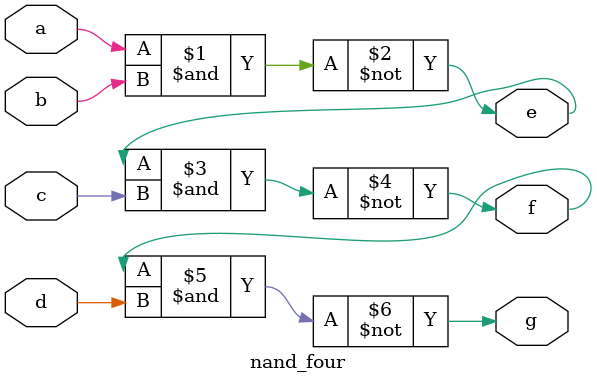
<source format=v>
`timescale 1ns / 1ps

module nand_four (a, b, c, d, e, f, g);
    input a, b, c, d;
    output e, f, g;

    assign e = ~(a&b);
    assign f = ~(e&c);
    assign g = ~(f&d);
    
endmodule

</source>
